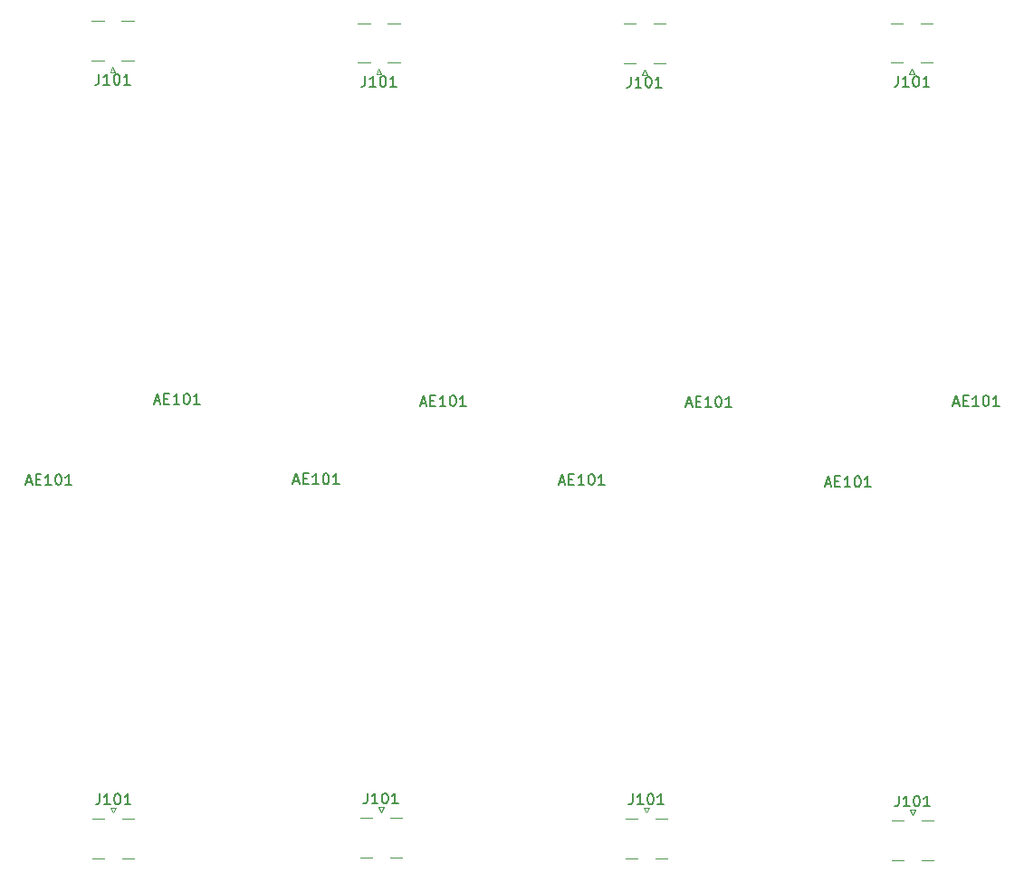
<source format=gbr>
%TF.GenerationSoftware,KiCad,Pcbnew,(5.1.8)-1*%
%TF.CreationDate,2020-12-04T16:42:46+03:00*%
%TF.ProjectId,Antenna,416e7465-6e6e-4612-9e6b-696361645f70,rev?*%
%TF.SameCoordinates,Original*%
%TF.FileFunction,Legend,Top*%
%TF.FilePolarity,Positive*%
%FSLAX46Y46*%
G04 Gerber Fmt 4.6, Leading zero omitted, Abs format (unit mm)*
G04 Created by KiCad (PCBNEW (5.1.8)-1) date 2020-12-04 16:42:46*
%MOMM*%
%LPD*%
G01*
G04 APERTURE LIST*
%ADD10C,0.120000*%
%ADD11C,0.150000*%
G04 APERTURE END LIST*
D10*
%TO.C,J101*%
X142416000Y-43937500D02*
X141306000Y-43937500D01*
X145206000Y-43937500D02*
X144096000Y-43937500D01*
X142416000Y-40227500D02*
X141306000Y-40227500D01*
X145206000Y-40227500D02*
X144096000Y-40227500D01*
X143256000Y-44487500D02*
X143006000Y-44987500D01*
X143006000Y-44987500D02*
X143506000Y-44987500D01*
X143506000Y-44987500D02*
X143256000Y-44487500D01*
X217155500Y-44128000D02*
X216045500Y-44128000D01*
X219945500Y-44128000D02*
X218835500Y-44128000D01*
X217155500Y-40418000D02*
X216045500Y-40418000D01*
X219945500Y-40418000D02*
X218835500Y-40418000D01*
X217995500Y-44678000D02*
X217745500Y-45178000D01*
X217745500Y-45178000D02*
X218245500Y-45178000D01*
X218245500Y-45178000D02*
X217995500Y-44678000D01*
X167308000Y-44128000D02*
X166198000Y-44128000D01*
X170098000Y-44128000D02*
X168988000Y-44128000D01*
X167308000Y-40418000D02*
X166198000Y-40418000D01*
X170098000Y-40418000D02*
X168988000Y-40418000D01*
X168148000Y-44678000D02*
X167898000Y-45178000D01*
X167898000Y-45178000D02*
X168398000Y-45178000D01*
X168398000Y-45178000D02*
X168148000Y-44678000D01*
X192136500Y-44191500D02*
X191026500Y-44191500D01*
X194926500Y-44191500D02*
X193816500Y-44191500D01*
X192136500Y-40481500D02*
X191026500Y-40481500D01*
X194926500Y-40481500D02*
X193816500Y-40481500D01*
X192976500Y-44741500D02*
X192726500Y-45241500D01*
X192726500Y-45241500D02*
X193226500Y-45241500D01*
X193226500Y-45241500D02*
X192976500Y-44741500D01*
X218899000Y-115066500D02*
X220009000Y-115066500D01*
X216109000Y-115066500D02*
X217219000Y-115066500D01*
X218899000Y-118776500D02*
X220009000Y-118776500D01*
X216109000Y-118776500D02*
X217219000Y-118776500D01*
X218059000Y-114516500D02*
X218309000Y-114016500D01*
X218309000Y-114016500D02*
X217809000Y-114016500D01*
X217809000Y-114016500D02*
X218059000Y-114516500D01*
X194007000Y-114876000D02*
X195117000Y-114876000D01*
X191217000Y-114876000D02*
X192327000Y-114876000D01*
X194007000Y-118586000D02*
X195117000Y-118586000D01*
X191217000Y-118586000D02*
X192327000Y-118586000D01*
X193167000Y-114326000D02*
X193417000Y-113826000D01*
X193417000Y-113826000D02*
X192917000Y-113826000D01*
X192917000Y-113826000D02*
X193167000Y-114326000D01*
X169178500Y-114812500D02*
X170288500Y-114812500D01*
X166388500Y-114812500D02*
X167498500Y-114812500D01*
X169178500Y-118522500D02*
X170288500Y-118522500D01*
X166388500Y-118522500D02*
X167498500Y-118522500D01*
X168338500Y-114262500D02*
X168588500Y-113762500D01*
X168588500Y-113762500D02*
X168088500Y-113762500D01*
X168088500Y-113762500D02*
X168338500Y-114262500D01*
X144159500Y-114876000D02*
X145269500Y-114876000D01*
X141369500Y-114876000D02*
X142479500Y-114876000D01*
X144159500Y-118586000D02*
X145269500Y-118586000D01*
X141369500Y-118586000D02*
X142479500Y-118586000D01*
X143319500Y-114326000D02*
X143569500Y-113826000D01*
X143569500Y-113826000D02*
X143069500Y-113826000D01*
X143069500Y-113826000D02*
X143319500Y-114326000D01*
D11*
X141970285Y-45179880D02*
X141970285Y-45894166D01*
X141922666Y-46037023D01*
X141827428Y-46132261D01*
X141684571Y-46179880D01*
X141589333Y-46179880D01*
X142970285Y-46179880D02*
X142398857Y-46179880D01*
X142684571Y-46179880D02*
X142684571Y-45179880D01*
X142589333Y-45322738D01*
X142494095Y-45417976D01*
X142398857Y-45465595D01*
X143589333Y-45179880D02*
X143684571Y-45179880D01*
X143779809Y-45227500D01*
X143827428Y-45275119D01*
X143875047Y-45370357D01*
X143922666Y-45560833D01*
X143922666Y-45798928D01*
X143875047Y-45989404D01*
X143827428Y-46084642D01*
X143779809Y-46132261D01*
X143684571Y-46179880D01*
X143589333Y-46179880D01*
X143494095Y-46132261D01*
X143446476Y-46084642D01*
X143398857Y-45989404D01*
X143351238Y-45798928D01*
X143351238Y-45560833D01*
X143398857Y-45370357D01*
X143446476Y-45275119D01*
X143494095Y-45227500D01*
X143589333Y-45179880D01*
X144875047Y-46179880D02*
X144303619Y-46179880D01*
X144589333Y-46179880D02*
X144589333Y-45179880D01*
X144494095Y-45322738D01*
X144398857Y-45417976D01*
X144303619Y-45465595D01*
X216709785Y-45370380D02*
X216709785Y-46084666D01*
X216662166Y-46227523D01*
X216566928Y-46322761D01*
X216424071Y-46370380D01*
X216328833Y-46370380D01*
X217709785Y-46370380D02*
X217138357Y-46370380D01*
X217424071Y-46370380D02*
X217424071Y-45370380D01*
X217328833Y-45513238D01*
X217233595Y-45608476D01*
X217138357Y-45656095D01*
X218328833Y-45370380D02*
X218424071Y-45370380D01*
X218519309Y-45418000D01*
X218566928Y-45465619D01*
X218614547Y-45560857D01*
X218662166Y-45751333D01*
X218662166Y-45989428D01*
X218614547Y-46179904D01*
X218566928Y-46275142D01*
X218519309Y-46322761D01*
X218424071Y-46370380D01*
X218328833Y-46370380D01*
X218233595Y-46322761D01*
X218185976Y-46275142D01*
X218138357Y-46179904D01*
X218090738Y-45989428D01*
X218090738Y-45751333D01*
X218138357Y-45560857D01*
X218185976Y-45465619D01*
X218233595Y-45418000D01*
X218328833Y-45370380D01*
X219614547Y-46370380D02*
X219043119Y-46370380D01*
X219328833Y-46370380D02*
X219328833Y-45370380D01*
X219233595Y-45513238D01*
X219138357Y-45608476D01*
X219043119Y-45656095D01*
X166862285Y-45370380D02*
X166862285Y-46084666D01*
X166814666Y-46227523D01*
X166719428Y-46322761D01*
X166576571Y-46370380D01*
X166481333Y-46370380D01*
X167862285Y-46370380D02*
X167290857Y-46370380D01*
X167576571Y-46370380D02*
X167576571Y-45370380D01*
X167481333Y-45513238D01*
X167386095Y-45608476D01*
X167290857Y-45656095D01*
X168481333Y-45370380D02*
X168576571Y-45370380D01*
X168671809Y-45418000D01*
X168719428Y-45465619D01*
X168767047Y-45560857D01*
X168814666Y-45751333D01*
X168814666Y-45989428D01*
X168767047Y-46179904D01*
X168719428Y-46275142D01*
X168671809Y-46322761D01*
X168576571Y-46370380D01*
X168481333Y-46370380D01*
X168386095Y-46322761D01*
X168338476Y-46275142D01*
X168290857Y-46179904D01*
X168243238Y-45989428D01*
X168243238Y-45751333D01*
X168290857Y-45560857D01*
X168338476Y-45465619D01*
X168386095Y-45418000D01*
X168481333Y-45370380D01*
X169767047Y-46370380D02*
X169195619Y-46370380D01*
X169481333Y-46370380D02*
X169481333Y-45370380D01*
X169386095Y-45513238D01*
X169290857Y-45608476D01*
X169195619Y-45656095D01*
X191690785Y-45433880D02*
X191690785Y-46148166D01*
X191643166Y-46291023D01*
X191547928Y-46386261D01*
X191405071Y-46433880D01*
X191309833Y-46433880D01*
X192690785Y-46433880D02*
X192119357Y-46433880D01*
X192405071Y-46433880D02*
X192405071Y-45433880D01*
X192309833Y-45576738D01*
X192214595Y-45671976D01*
X192119357Y-45719595D01*
X193309833Y-45433880D02*
X193405071Y-45433880D01*
X193500309Y-45481500D01*
X193547928Y-45529119D01*
X193595547Y-45624357D01*
X193643166Y-45814833D01*
X193643166Y-46052928D01*
X193595547Y-46243404D01*
X193547928Y-46338642D01*
X193500309Y-46386261D01*
X193405071Y-46433880D01*
X193309833Y-46433880D01*
X193214595Y-46386261D01*
X193166976Y-46338642D01*
X193119357Y-46243404D01*
X193071738Y-46052928D01*
X193071738Y-45814833D01*
X193119357Y-45624357D01*
X193166976Y-45529119D01*
X193214595Y-45481500D01*
X193309833Y-45433880D01*
X194595547Y-46433880D02*
X194024119Y-46433880D01*
X194309833Y-46433880D02*
X194309833Y-45433880D01*
X194214595Y-45576738D01*
X194119357Y-45671976D01*
X194024119Y-45719595D01*
%TO.C,AE101*%
X196889952Y-76049166D02*
X197366142Y-76049166D01*
X196794714Y-76334880D02*
X197128047Y-75334880D01*
X197461380Y-76334880D01*
X197794714Y-75811071D02*
X198128047Y-75811071D01*
X198270904Y-76334880D02*
X197794714Y-76334880D01*
X197794714Y-75334880D01*
X198270904Y-75334880D01*
X199223285Y-76334880D02*
X198651857Y-76334880D01*
X198937571Y-76334880D02*
X198937571Y-75334880D01*
X198842333Y-75477738D01*
X198747095Y-75572976D01*
X198651857Y-75620595D01*
X199842333Y-75334880D02*
X199937571Y-75334880D01*
X200032809Y-75382500D01*
X200080428Y-75430119D01*
X200128047Y-75525357D01*
X200175666Y-75715833D01*
X200175666Y-75953928D01*
X200128047Y-76144404D01*
X200080428Y-76239642D01*
X200032809Y-76287261D01*
X199937571Y-76334880D01*
X199842333Y-76334880D01*
X199747095Y-76287261D01*
X199699476Y-76239642D01*
X199651857Y-76144404D01*
X199604238Y-75953928D01*
X199604238Y-75715833D01*
X199651857Y-75525357D01*
X199699476Y-75430119D01*
X199747095Y-75382500D01*
X199842333Y-75334880D01*
X201128047Y-76334880D02*
X200556619Y-76334880D01*
X200842333Y-76334880D02*
X200842333Y-75334880D01*
X200747095Y-75477738D01*
X200651857Y-75572976D01*
X200556619Y-75620595D01*
X221908952Y-75985666D02*
X222385142Y-75985666D01*
X221813714Y-76271380D02*
X222147047Y-75271380D01*
X222480380Y-76271380D01*
X222813714Y-75747571D02*
X223147047Y-75747571D01*
X223289904Y-76271380D02*
X222813714Y-76271380D01*
X222813714Y-75271380D01*
X223289904Y-75271380D01*
X224242285Y-76271380D02*
X223670857Y-76271380D01*
X223956571Y-76271380D02*
X223956571Y-75271380D01*
X223861333Y-75414238D01*
X223766095Y-75509476D01*
X223670857Y-75557095D01*
X224861333Y-75271380D02*
X224956571Y-75271380D01*
X225051809Y-75319000D01*
X225099428Y-75366619D01*
X225147047Y-75461857D01*
X225194666Y-75652333D01*
X225194666Y-75890428D01*
X225147047Y-76080904D01*
X225099428Y-76176142D01*
X225051809Y-76223761D01*
X224956571Y-76271380D01*
X224861333Y-76271380D01*
X224766095Y-76223761D01*
X224718476Y-76176142D01*
X224670857Y-76080904D01*
X224623238Y-75890428D01*
X224623238Y-75652333D01*
X224670857Y-75461857D01*
X224718476Y-75366619D01*
X224766095Y-75319000D01*
X224861333Y-75271380D01*
X226147047Y-76271380D02*
X225575619Y-76271380D01*
X225861333Y-76271380D02*
X225861333Y-75271380D01*
X225766095Y-75414238D01*
X225670857Y-75509476D01*
X225575619Y-75557095D01*
X172061452Y-75985666D02*
X172537642Y-75985666D01*
X171966214Y-76271380D02*
X172299547Y-75271380D01*
X172632880Y-76271380D01*
X172966214Y-75747571D02*
X173299547Y-75747571D01*
X173442404Y-76271380D02*
X172966214Y-76271380D01*
X172966214Y-75271380D01*
X173442404Y-75271380D01*
X174394785Y-76271380D02*
X173823357Y-76271380D01*
X174109071Y-76271380D02*
X174109071Y-75271380D01*
X174013833Y-75414238D01*
X173918595Y-75509476D01*
X173823357Y-75557095D01*
X175013833Y-75271380D02*
X175109071Y-75271380D01*
X175204309Y-75319000D01*
X175251928Y-75366619D01*
X175299547Y-75461857D01*
X175347166Y-75652333D01*
X175347166Y-75890428D01*
X175299547Y-76080904D01*
X175251928Y-76176142D01*
X175204309Y-76223761D01*
X175109071Y-76271380D01*
X175013833Y-76271380D01*
X174918595Y-76223761D01*
X174870976Y-76176142D01*
X174823357Y-76080904D01*
X174775738Y-75890428D01*
X174775738Y-75652333D01*
X174823357Y-75461857D01*
X174870976Y-75366619D01*
X174918595Y-75319000D01*
X175013833Y-75271380D01*
X176299547Y-76271380D02*
X175728119Y-76271380D01*
X176013833Y-76271380D02*
X176013833Y-75271380D01*
X175918595Y-75414238D01*
X175823357Y-75509476D01*
X175728119Y-75557095D01*
X147169452Y-75795166D02*
X147645642Y-75795166D01*
X147074214Y-76080880D02*
X147407547Y-75080880D01*
X147740880Y-76080880D01*
X148074214Y-75557071D02*
X148407547Y-75557071D01*
X148550404Y-76080880D02*
X148074214Y-76080880D01*
X148074214Y-75080880D01*
X148550404Y-75080880D01*
X149502785Y-76080880D02*
X148931357Y-76080880D01*
X149217071Y-76080880D02*
X149217071Y-75080880D01*
X149121833Y-75223738D01*
X149026595Y-75318976D01*
X148931357Y-75366595D01*
X150121833Y-75080880D02*
X150217071Y-75080880D01*
X150312309Y-75128500D01*
X150359928Y-75176119D01*
X150407547Y-75271357D01*
X150455166Y-75461833D01*
X150455166Y-75699928D01*
X150407547Y-75890404D01*
X150359928Y-75985642D01*
X150312309Y-76033261D01*
X150217071Y-76080880D01*
X150121833Y-76080880D01*
X150026595Y-76033261D01*
X149978976Y-75985642D01*
X149931357Y-75890404D01*
X149883738Y-75699928D01*
X149883738Y-75461833D01*
X149931357Y-75271357D01*
X149978976Y-75176119D01*
X150026595Y-75128500D01*
X150121833Y-75080880D01*
X151407547Y-76080880D02*
X150836119Y-76080880D01*
X151121833Y-76080880D02*
X151121833Y-75080880D01*
X151026595Y-75223738D01*
X150931357Y-75318976D01*
X150836119Y-75366595D01*
%TO.C,J101*%
X216773285Y-112728880D02*
X216773285Y-113443166D01*
X216725666Y-113586023D01*
X216630428Y-113681261D01*
X216487571Y-113728880D01*
X216392333Y-113728880D01*
X217773285Y-113728880D02*
X217201857Y-113728880D01*
X217487571Y-113728880D02*
X217487571Y-112728880D01*
X217392333Y-112871738D01*
X217297095Y-112966976D01*
X217201857Y-113014595D01*
X218392333Y-112728880D02*
X218487571Y-112728880D01*
X218582809Y-112776500D01*
X218630428Y-112824119D01*
X218678047Y-112919357D01*
X218725666Y-113109833D01*
X218725666Y-113347928D01*
X218678047Y-113538404D01*
X218630428Y-113633642D01*
X218582809Y-113681261D01*
X218487571Y-113728880D01*
X218392333Y-113728880D01*
X218297095Y-113681261D01*
X218249476Y-113633642D01*
X218201857Y-113538404D01*
X218154238Y-113347928D01*
X218154238Y-113109833D01*
X218201857Y-112919357D01*
X218249476Y-112824119D01*
X218297095Y-112776500D01*
X218392333Y-112728880D01*
X219678047Y-113728880D02*
X219106619Y-113728880D01*
X219392333Y-113728880D02*
X219392333Y-112728880D01*
X219297095Y-112871738D01*
X219201857Y-112966976D01*
X219106619Y-113014595D01*
%TO.C,AE101*%
X209907452Y-83542166D02*
X210383642Y-83542166D01*
X209812214Y-83827880D02*
X210145547Y-82827880D01*
X210478880Y-83827880D01*
X210812214Y-83304071D02*
X211145547Y-83304071D01*
X211288404Y-83827880D02*
X210812214Y-83827880D01*
X210812214Y-82827880D01*
X211288404Y-82827880D01*
X212240785Y-83827880D02*
X211669357Y-83827880D01*
X211955071Y-83827880D02*
X211955071Y-82827880D01*
X211859833Y-82970738D01*
X211764595Y-83065976D01*
X211669357Y-83113595D01*
X212859833Y-82827880D02*
X212955071Y-82827880D01*
X213050309Y-82875500D01*
X213097928Y-82923119D01*
X213145547Y-83018357D01*
X213193166Y-83208833D01*
X213193166Y-83446928D01*
X213145547Y-83637404D01*
X213097928Y-83732642D01*
X213050309Y-83780261D01*
X212955071Y-83827880D01*
X212859833Y-83827880D01*
X212764595Y-83780261D01*
X212716976Y-83732642D01*
X212669357Y-83637404D01*
X212621738Y-83446928D01*
X212621738Y-83208833D01*
X212669357Y-83018357D01*
X212716976Y-82923119D01*
X212764595Y-82875500D01*
X212859833Y-82827880D01*
X214145547Y-83827880D02*
X213574119Y-83827880D01*
X213859833Y-83827880D02*
X213859833Y-82827880D01*
X213764595Y-82970738D01*
X213669357Y-83065976D01*
X213574119Y-83113595D01*
%TO.C,J101*%
X191881285Y-112538380D02*
X191881285Y-113252666D01*
X191833666Y-113395523D01*
X191738428Y-113490761D01*
X191595571Y-113538380D01*
X191500333Y-113538380D01*
X192881285Y-113538380D02*
X192309857Y-113538380D01*
X192595571Y-113538380D02*
X192595571Y-112538380D01*
X192500333Y-112681238D01*
X192405095Y-112776476D01*
X192309857Y-112824095D01*
X193500333Y-112538380D02*
X193595571Y-112538380D01*
X193690809Y-112586000D01*
X193738428Y-112633619D01*
X193786047Y-112728857D01*
X193833666Y-112919333D01*
X193833666Y-113157428D01*
X193786047Y-113347904D01*
X193738428Y-113443142D01*
X193690809Y-113490761D01*
X193595571Y-113538380D01*
X193500333Y-113538380D01*
X193405095Y-113490761D01*
X193357476Y-113443142D01*
X193309857Y-113347904D01*
X193262238Y-113157428D01*
X193262238Y-112919333D01*
X193309857Y-112728857D01*
X193357476Y-112633619D01*
X193405095Y-112586000D01*
X193500333Y-112538380D01*
X194786047Y-113538380D02*
X194214619Y-113538380D01*
X194500333Y-113538380D02*
X194500333Y-112538380D01*
X194405095Y-112681238D01*
X194309857Y-112776476D01*
X194214619Y-112824095D01*
%TO.C,AE101*%
X185015452Y-83351666D02*
X185491642Y-83351666D01*
X184920214Y-83637380D02*
X185253547Y-82637380D01*
X185586880Y-83637380D01*
X185920214Y-83113571D02*
X186253547Y-83113571D01*
X186396404Y-83637380D02*
X185920214Y-83637380D01*
X185920214Y-82637380D01*
X186396404Y-82637380D01*
X187348785Y-83637380D02*
X186777357Y-83637380D01*
X187063071Y-83637380D02*
X187063071Y-82637380D01*
X186967833Y-82780238D01*
X186872595Y-82875476D01*
X186777357Y-82923095D01*
X187967833Y-82637380D02*
X188063071Y-82637380D01*
X188158309Y-82685000D01*
X188205928Y-82732619D01*
X188253547Y-82827857D01*
X188301166Y-83018333D01*
X188301166Y-83256428D01*
X188253547Y-83446904D01*
X188205928Y-83542142D01*
X188158309Y-83589761D01*
X188063071Y-83637380D01*
X187967833Y-83637380D01*
X187872595Y-83589761D01*
X187824976Y-83542142D01*
X187777357Y-83446904D01*
X187729738Y-83256428D01*
X187729738Y-83018333D01*
X187777357Y-82827857D01*
X187824976Y-82732619D01*
X187872595Y-82685000D01*
X187967833Y-82637380D01*
X189253547Y-83637380D02*
X188682119Y-83637380D01*
X188967833Y-83637380D02*
X188967833Y-82637380D01*
X188872595Y-82780238D01*
X188777357Y-82875476D01*
X188682119Y-82923095D01*
%TO.C,J101*%
X167052785Y-112474880D02*
X167052785Y-113189166D01*
X167005166Y-113332023D01*
X166909928Y-113427261D01*
X166767071Y-113474880D01*
X166671833Y-113474880D01*
X168052785Y-113474880D02*
X167481357Y-113474880D01*
X167767071Y-113474880D02*
X167767071Y-112474880D01*
X167671833Y-112617738D01*
X167576595Y-112712976D01*
X167481357Y-112760595D01*
X168671833Y-112474880D02*
X168767071Y-112474880D01*
X168862309Y-112522500D01*
X168909928Y-112570119D01*
X168957547Y-112665357D01*
X169005166Y-112855833D01*
X169005166Y-113093928D01*
X168957547Y-113284404D01*
X168909928Y-113379642D01*
X168862309Y-113427261D01*
X168767071Y-113474880D01*
X168671833Y-113474880D01*
X168576595Y-113427261D01*
X168528976Y-113379642D01*
X168481357Y-113284404D01*
X168433738Y-113093928D01*
X168433738Y-112855833D01*
X168481357Y-112665357D01*
X168528976Y-112570119D01*
X168576595Y-112522500D01*
X168671833Y-112474880D01*
X169957547Y-113474880D02*
X169386119Y-113474880D01*
X169671833Y-113474880D02*
X169671833Y-112474880D01*
X169576595Y-112617738D01*
X169481357Y-112712976D01*
X169386119Y-112760595D01*
%TO.C,AE101*%
X160186952Y-83288166D02*
X160663142Y-83288166D01*
X160091714Y-83573880D02*
X160425047Y-82573880D01*
X160758380Y-83573880D01*
X161091714Y-83050071D02*
X161425047Y-83050071D01*
X161567904Y-83573880D02*
X161091714Y-83573880D01*
X161091714Y-82573880D01*
X161567904Y-82573880D01*
X162520285Y-83573880D02*
X161948857Y-83573880D01*
X162234571Y-83573880D02*
X162234571Y-82573880D01*
X162139333Y-82716738D01*
X162044095Y-82811976D01*
X161948857Y-82859595D01*
X163139333Y-82573880D02*
X163234571Y-82573880D01*
X163329809Y-82621500D01*
X163377428Y-82669119D01*
X163425047Y-82764357D01*
X163472666Y-82954833D01*
X163472666Y-83192928D01*
X163425047Y-83383404D01*
X163377428Y-83478642D01*
X163329809Y-83526261D01*
X163234571Y-83573880D01*
X163139333Y-83573880D01*
X163044095Y-83526261D01*
X162996476Y-83478642D01*
X162948857Y-83383404D01*
X162901238Y-83192928D01*
X162901238Y-82954833D01*
X162948857Y-82764357D01*
X162996476Y-82669119D01*
X163044095Y-82621500D01*
X163139333Y-82573880D01*
X164425047Y-83573880D02*
X163853619Y-83573880D01*
X164139333Y-83573880D02*
X164139333Y-82573880D01*
X164044095Y-82716738D01*
X163948857Y-82811976D01*
X163853619Y-82859595D01*
X135167952Y-83351666D02*
X135644142Y-83351666D01*
X135072714Y-83637380D02*
X135406047Y-82637380D01*
X135739380Y-83637380D01*
X136072714Y-83113571D02*
X136406047Y-83113571D01*
X136548904Y-83637380D02*
X136072714Y-83637380D01*
X136072714Y-82637380D01*
X136548904Y-82637380D01*
X137501285Y-83637380D02*
X136929857Y-83637380D01*
X137215571Y-83637380D02*
X137215571Y-82637380D01*
X137120333Y-82780238D01*
X137025095Y-82875476D01*
X136929857Y-82923095D01*
X138120333Y-82637380D02*
X138215571Y-82637380D01*
X138310809Y-82685000D01*
X138358428Y-82732619D01*
X138406047Y-82827857D01*
X138453666Y-83018333D01*
X138453666Y-83256428D01*
X138406047Y-83446904D01*
X138358428Y-83542142D01*
X138310809Y-83589761D01*
X138215571Y-83637380D01*
X138120333Y-83637380D01*
X138025095Y-83589761D01*
X137977476Y-83542142D01*
X137929857Y-83446904D01*
X137882238Y-83256428D01*
X137882238Y-83018333D01*
X137929857Y-82827857D01*
X137977476Y-82732619D01*
X138025095Y-82685000D01*
X138120333Y-82637380D01*
X139406047Y-83637380D02*
X138834619Y-83637380D01*
X139120333Y-83637380D02*
X139120333Y-82637380D01*
X139025095Y-82780238D01*
X138929857Y-82875476D01*
X138834619Y-82923095D01*
%TO.C,J101*%
X142033785Y-112538380D02*
X142033785Y-113252666D01*
X141986166Y-113395523D01*
X141890928Y-113490761D01*
X141748071Y-113538380D01*
X141652833Y-113538380D01*
X143033785Y-113538380D02*
X142462357Y-113538380D01*
X142748071Y-113538380D02*
X142748071Y-112538380D01*
X142652833Y-112681238D01*
X142557595Y-112776476D01*
X142462357Y-112824095D01*
X143652833Y-112538380D02*
X143748071Y-112538380D01*
X143843309Y-112586000D01*
X143890928Y-112633619D01*
X143938547Y-112728857D01*
X143986166Y-112919333D01*
X143986166Y-113157428D01*
X143938547Y-113347904D01*
X143890928Y-113443142D01*
X143843309Y-113490761D01*
X143748071Y-113538380D01*
X143652833Y-113538380D01*
X143557595Y-113490761D01*
X143509976Y-113443142D01*
X143462357Y-113347904D01*
X143414738Y-113157428D01*
X143414738Y-112919333D01*
X143462357Y-112728857D01*
X143509976Y-112633619D01*
X143557595Y-112586000D01*
X143652833Y-112538380D01*
X144938547Y-113538380D02*
X144367119Y-113538380D01*
X144652833Y-113538380D02*
X144652833Y-112538380D01*
X144557595Y-112681238D01*
X144462357Y-112776476D01*
X144367119Y-112824095D01*
%TD*%
M02*

</source>
